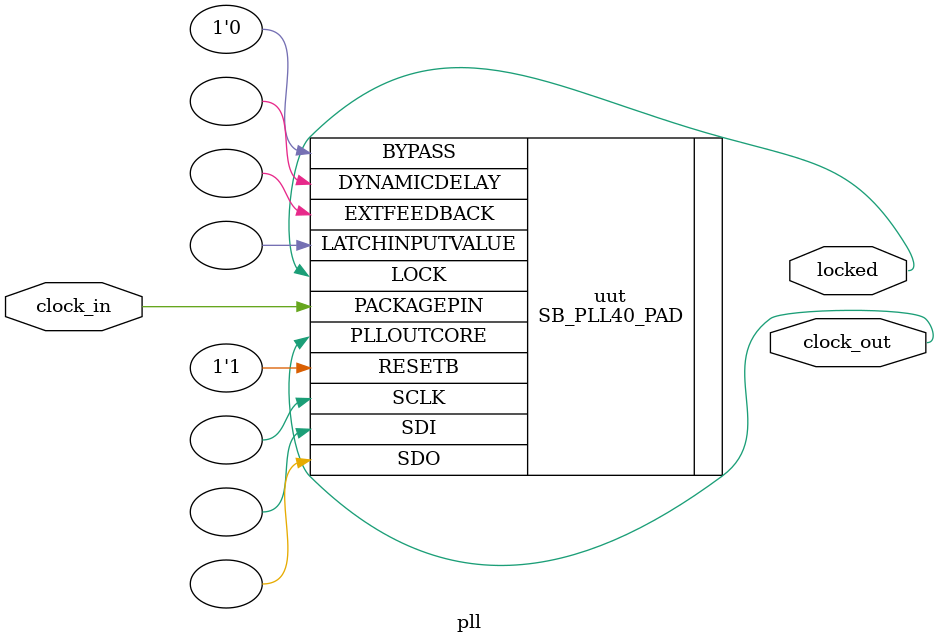
<source format=v>
/**
 * PLL configuration
 *
 * This Verilog module was generated automatically
 * using the icepll tool from the IceStorm project.
 * Use at your own risk.
 *
 * Given input frequency:        12.000 MHz
 * Requested output frequency:   25.000 MHz
 * Achieved output frequency:    25.125 MHz
 */

module pll(
	input  clock_in,
	output clock_out,
	output locked
	);

/*SB_PLL40_CORE #(
		.FEEDBACK_PATH("SIMPLE"),
		.DIVR(4'b0000),		// DIVR =  0
		.DIVF(7'b1000010),	// DIVF = 66
		.DIVQ(3'b101),		// DIVQ =  5
		.FILTER_RANGE(3'b001)	// FILTER_RANGE = 1
	) uut (
		.LOCK(locked),
		.RESETB(1'b1),
		.BYPASS(1'b0),
		.REFERENCECLK(clock_in),
		.PLLOUTCORE(clock_out)
		);
*/
SB_PLL40_PAD #(
	.DIVR(4'b0000),		// DIVR =  0
	.DIVF(7'b1000010),	// DIVF = 66
	.DIVQ(3'b101),		// DIVQ =  5
  .FILTER_RANGE(3'b001),
  .FEEDBACK_PATH("SIMPLE"),
  .DELAY_ADJUSTMENT_MODE_FEEDBACK("FIXED"),
  .FDA_FEEDBACK(4'b0000),
  .DELAY_ADJUSTMENT_MODE_RELATIVE("FIXED"),
  .FDA_RELATIVE(4'b0000),
  .SHIFTREG_DIV_MODE(2'b00),
  .PLLOUT_SELECT("GENCLK"),
  .ENABLE_ICEGATE(1'b0)
) uut (
  .PACKAGEPIN(clock_in),
  .PLLOUTCORE(clock_out),
  .EXTFEEDBACK(),
  .DYNAMICDELAY(),
  .RESETB(1'b1),
  .BYPASS(1'b0),
  .LATCHINPUTVALUE(),
  .LOCK(locked),
  .SDI(),
  .SDO(),
  .SCLK()
);

endmodule

</source>
